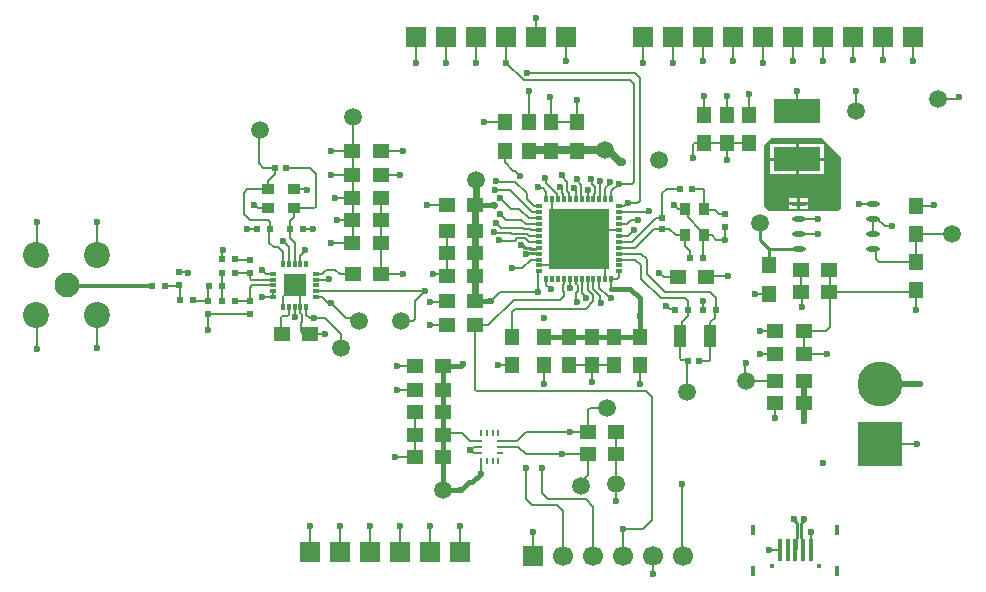
<source format=gtl>
G04*
G04 #@! TF.GenerationSoftware,Altium Limited,Altium Designer,22.11.1 (43)*
G04*
G04 Layer_Physical_Order=1*
G04 Layer_Color=255*
%FSLAX44Y44*%
%MOMM*%
G71*
G04*
G04 #@! TF.SameCoordinates,C070AB6A-2F18-4790-B33B-C4DBF4FCC7D7*
G04*
G04*
G04 #@! TF.FilePolarity,Positive*
G04*
G01*
G75*
%ADD13C,0.2000*%
%ADD14C,0.2500*%
%ADD15C,0.1270*%
%ADD22R,0.3000X0.5000*%
%ADD23R,0.5000X0.3000*%
%ADD24R,1.9000X1.9000*%
%ADD25R,1.4000X1.2500*%
%ADD26R,0.4000X1.8500*%
%ADD27R,0.5500X0.3000*%
%ADD28R,0.3000X0.5500*%
%ADD29R,5.2000X5.2000*%
%ADD30R,1.1500X0.4300*%
%ADD31O,1.1500X0.4300*%
%ADD32R,1.2500X1.4000*%
%ADD33R,0.4750X0.2500*%
%ADD34R,0.2500X0.4750*%
%ADD35R,0.9000X1.0000*%
%ADD36R,0.9000X1.0000*%
%ADD37R,1.0000X0.9000*%
%ADD38R,1.0000X0.9000*%
%ADD39R,1.1000X1.9000*%
%ADD40R,4.0000X2.0000*%
%ADD67R,0.5000X0.5000*%
%ADD68R,0.5000X0.5000*%
%ADD81C,1.5000*%
%ADD82R,0.6200X0.5700*%
%ADD83R,0.5700X0.6200*%
%ADD84C,0.2206*%
%ADD85C,0.4000*%
%ADD86C,0.3362*%
%ADD87C,0.7000*%
%ADD88C,0.6000*%
%ADD89C,0.5000*%
%ADD90C,2.1000*%
%ADD91C,2.2000*%
%ADD92R,1.7000X1.7000*%
%ADD93R,1.8000X1.8000*%
%ADD94C,1.7000*%
%ADD95R,3.8100X3.8100*%
%ADD96C,3.8100*%
%ADD97C,0.4000*%
G04:AMPARAMS|DCode=98|XSize=0.9mm|YSize=0.3mm|CornerRadius=0.075mm|HoleSize=0mm|Usage=FLASHONLY|Rotation=270.000|XOffset=0mm|YOffset=0mm|HoleType=Round|Shape=RoundedRectangle|*
%AMROUNDEDRECTD98*
21,1,0.9000,0.1500,0,0,270.0*
21,1,0.7500,0.3000,0,0,270.0*
1,1,0.1500,-0.0750,-0.3750*
1,1,0.1500,-0.0750,0.3750*
1,1,0.1500,0.0750,0.3750*
1,1,0.1500,0.0750,-0.3750*
%
%ADD98ROUNDEDRECTD98*%
%ADD99C,0.6000*%
G36*
X1041400Y623570D02*
Y580390D01*
X1038860Y577850D01*
X980440D01*
X976630Y581660D01*
Y633730D01*
X982980Y640080D01*
X1024890D01*
X1041400Y623570D01*
D02*
G37*
%LPC*%
G36*
X1027110Y634660D02*
X1005840D01*
Y623390D01*
X1027110D01*
Y634660D01*
D02*
G37*
G36*
X1003300D02*
X982030D01*
Y623390D01*
X1003300D01*
Y634660D01*
D02*
G37*
G36*
X1027110Y620850D02*
X1005840D01*
Y609580D01*
X1027110D01*
Y620850D01*
D02*
G37*
G36*
X1003300D02*
X982030D01*
Y609580D01*
X1003300D01*
Y620850D01*
D02*
G37*
G36*
X1014130Y588890D02*
X1007110D01*
Y585470D01*
X1014130D01*
Y588890D01*
D02*
G37*
G36*
X1004570D02*
X997550D01*
Y585470D01*
X1004570D01*
Y588890D01*
D02*
G37*
G36*
X1014130Y582930D02*
X1007110D01*
Y579510D01*
X1014130D01*
Y582930D01*
D02*
G37*
G36*
X1004570D02*
X997550D01*
Y579510D01*
X1004570D01*
Y582930D01*
D02*
G37*
%LPD*%
D13*
X584040Y492038D02*
Y496900D01*
X585131Y484015D02*
Y490948D01*
X585372Y474980D02*
X591120D01*
X584040Y492038D02*
X585131Y490948D01*
X584200Y483084D02*
X585131Y484015D01*
X584200Y476152D02*
Y483084D01*
Y476152D02*
X585372Y474980D01*
X591120D02*
X592390Y473710D01*
X584040Y496900D02*
Y506730D01*
Y510780D01*
X569040Y496900D02*
Y505558D01*
X570212Y506730D02*
X584040D01*
X569040Y505558D02*
X570212Y506730D01*
X707390Y703580D02*
Y725170D01*
X681990Y703580D02*
Y725170D01*
X774235Y555050D02*
X777235Y552050D01*
X785940D01*
X767545Y555050D02*
X774235D01*
X769840Y607685D02*
X769913D01*
X765473Y552979D02*
X767545Y555050D01*
X752581Y552979D02*
X765473D01*
X765517Y612007D02*
X769840Y607685D01*
X751840Y553720D02*
X752581Y552979D01*
X579510Y515310D02*
X584040Y510780D01*
X871220Y431450D02*
Y447740D01*
X863619Y570230D02*
X869950D01*
X853440Y567050D02*
X860439D01*
X863619Y570230D01*
X592390Y473710D02*
X592390Y473710D01*
X604520D01*
X589040Y490460D02*
Y496900D01*
Y490460D02*
X591820Y487680D01*
X595630D01*
X853840Y577450D02*
X878440D01*
X878840Y577850D01*
X745490Y501650D02*
X753110Y509270D01*
X784860D01*
X548640Y618490D02*
Y645160D01*
X549910Y646430D01*
X548640Y618490D02*
X552450Y614680D01*
X562610D01*
X595630Y580390D02*
X596900Y581660D01*
X578260Y580390D02*
X595630D01*
X596900Y581660D02*
Y609600D01*
X591820Y614680D02*
X596900Y609600D01*
X572210Y614680D02*
X591820D01*
X789940Y431800D02*
Y447740D01*
X788670Y339090D02*
Y360680D01*
Y339090D02*
X793750Y334010D01*
X825500D01*
X831850Y327660D01*
X774700Y334010D02*
X779780Y328930D01*
X801370D02*
X806450Y323850D01*
X779780Y328930D02*
X801370D01*
X831850Y285750D02*
Y327660D01*
X857250Y308610D02*
X873760D01*
X881380Y316230D01*
Y420397D01*
X876327Y425450D02*
X881380Y420397D01*
X732090Y426622D02*
Y481330D01*
Y426622D02*
X733262Y425450D01*
X876327D01*
X751490Y447740D02*
X763270D01*
X806450Y285750D02*
Y323850D01*
X774700Y334010D02*
Y360680D01*
X897122Y495530D02*
X899360D01*
X893730Y497840D02*
X894812D01*
X899360Y495530D02*
X900860Y494030D01*
X894812Y497840D02*
X897122Y495530D01*
X909320Y504190D02*
X911860Y501650D01*
X930910Y509270D02*
X935560Y504620D01*
X892810Y509270D02*
X930910D01*
X872490Y520700D02*
X889000Y504190D01*
X877570Y524510D02*
X892810Y509270D01*
X889000Y504190D02*
X909320D01*
X910590Y424180D02*
X911365Y424955D01*
X877570Y524510D02*
Y537210D01*
X907415Y286385D02*
X908050Y285750D01*
X906780Y346710D02*
X907415Y346075D01*
Y286385D02*
Y346075D01*
X792190Y515910D02*
Y520800D01*
Y515910D02*
X796290Y511810D01*
X763270Y529590D02*
X771471D01*
X778932Y537050D02*
X785940D01*
X771471Y529590D02*
X778932Y537050D01*
X1104900Y558800D02*
X1135380D01*
X867410Y694690D02*
X871220Y690880D01*
X775970Y694690D02*
X867410D01*
X863250Y688690D02*
X866140Y685800D01*
X758190Y703580D02*
X773080Y688690D01*
X863250D01*
X866140Y602459D02*
Y685800D01*
X871220Y586740D02*
Y690880D01*
X869293Y584813D02*
X871220Y586740D01*
X861207Y584813D02*
X869293D01*
X864968Y601287D02*
X866140Y602459D01*
X853746Y601287D02*
X864968D01*
X857250Y285750D02*
Y308610D01*
X574040Y490220D02*
Y496900D01*
X579040D02*
X579450Y496490D01*
X572770Y488950D02*
X574040Y490220D01*
X568862Y488950D02*
X572770D01*
X579450Y489175D02*
X579861Y488765D01*
X579450Y489175D02*
Y496490D01*
X567690Y487778D02*
X568862Y488950D01*
X567690Y474410D02*
X568390Y473710D01*
X567690Y474410D02*
Y487778D01*
X574040Y533400D02*
Y547370D01*
X568960Y552450D02*
X574040Y547370D01*
X561340D02*
X565150D01*
X569040Y543480D01*
Y533400D02*
Y543480D01*
X575310Y554990D02*
X579040Y551260D01*
X575310Y554990D02*
Y562190D01*
X579040Y533400D02*
Y551260D01*
X556260Y570230D02*
X557950Y568540D01*
Y562610D02*
Y568540D01*
X541020Y570230D02*
X556260D01*
X535940Y575310D02*
Y593090D01*
Y575310D02*
X541020Y570230D01*
X539240Y596390D02*
X556260D01*
X535940Y593090D02*
X539240Y596390D01*
X556260D02*
Y603250D01*
X562610Y609600D02*
Y614680D01*
X556260Y603250D02*
X562610Y609600D01*
X548260Y580390D02*
X556260D01*
X545720Y582930D02*
X548260Y580390D01*
X544830Y582930D02*
X545720D01*
X557530Y551180D02*
X561340Y547370D01*
X557530Y551180D02*
Y562190D01*
X557950Y562610D01*
X574890Y569810D02*
X578260Y573180D01*
Y580390D01*
X574890Y562610D02*
Y569810D01*
Y562610D02*
X575310Y562190D01*
X628080Y589280D02*
X628080Y589280D01*
X613410Y589280D02*
X628080D01*
X628650Y570230D02*
Y589280D01*
Y608330D01*
X614680Y570230D02*
X628080D01*
X628080Y570230D01*
X628650Y628650D02*
Y657860D01*
Y608330D02*
Y628650D01*
Y551750D02*
Y570230D01*
X584040Y533400D02*
Y540315D01*
X588010Y544285D01*
Y544830D01*
X469475Y514775D02*
X480905D01*
X469050Y514350D02*
X469475Y514775D01*
X480905D02*
X481330Y515200D01*
X481755Y514775D01*
Y503345D02*
X482180Y502920D01*
X481755Y503345D02*
Y514775D01*
X493815Y502285D02*
X504825D01*
X505460Y501650D01*
X493180Y502920D02*
X493815Y502285D01*
X505885Y502075D02*
Y513925D01*
X506310Y514350D01*
X505460Y501650D02*
X505885Y502075D01*
X528740Y537210D02*
X529165Y536785D01*
X540595D02*
X541020Y536360D01*
X529165Y536785D02*
X540595D01*
X528740Y525780D02*
X528950Y525570D01*
X540810D02*
X541020Y525360D01*
X528950Y525570D02*
X540810D01*
X517525Y514565D02*
Y525565D01*
X517310Y514350D02*
X517525Y514565D01*
Y525565D02*
X517740Y525780D01*
X517525Y501865D02*
X517740Y501650D01*
X517525Y501865D02*
Y514135D01*
X517310Y514350D02*
X517525Y514135D01*
X528740Y501650D02*
X541020D01*
Y513080D02*
X543090Y515150D01*
X560790D01*
X541020Y501650D02*
Y513080D01*
X542192Y520150D02*
X560790D01*
X541020Y521322D02*
X542192Y520150D01*
X541020Y521322D02*
Y525360D01*
X555290Y525211D02*
X560729D01*
X552181Y528320D02*
X555290Y525211D01*
X551180Y528320D02*
X552181D01*
X560729Y525211D02*
X560790Y525150D01*
X943610Y553720D02*
Y564730D01*
Y553720D02*
X943610Y553720D01*
X922330Y559330D02*
X924980Y556680D01*
X1032510Y480060D02*
Y509270D01*
Y527620D01*
X916015Y622650D02*
Y634178D01*
X917186Y635350D02*
X925480D01*
X916015Y634178D02*
X917186Y635350D01*
X900430Y582549D02*
Y582930D01*
X903449Y579530D02*
X909830D01*
X900430Y582549D02*
X903449Y579530D01*
X911365Y424955D02*
Y450075D01*
X912140Y450850D01*
X811690Y588800D02*
X812190Y588300D01*
X815832Y596408D02*
X817190Y595050D01*
X803832Y597574D02*
Y598657D01*
Y597574D02*
X805832Y595574D01*
Y593349D02*
Y595574D01*
X837873Y592475D02*
Y603288D01*
X809832Y595005D02*
X811690Y593147D01*
X805180Y607629D02*
X809832Y602977D01*
X815832Y596408D02*
Y597491D01*
X806690Y588800D02*
Y592490D01*
X830878Y601414D02*
X833832Y598460D01*
Y593490D02*
Y598460D01*
X818113Y604111D02*
X821832Y600392D01*
X801690Y588800D02*
X802190Y588300D01*
X830878Y601414D02*
Y604468D01*
X801690Y588800D02*
Y592313D01*
X821832Y588658D02*
Y600392D01*
X837190Y588300D02*
X837690Y588800D01*
X827511Y595654D02*
X827832Y595975D01*
X806690Y588800D02*
X807190Y588300D01*
X817190D02*
Y595050D01*
X832690Y588800D02*
Y592348D01*
X805832Y593349D02*
X806690Y592490D01*
X811690Y588800D02*
Y593147D01*
X827511Y588621D02*
Y595654D01*
X792281Y601722D02*
X801690Y592313D01*
X821832Y588658D02*
X822190Y588300D01*
X837690Y592293D02*
X837873Y592475D01*
X827190Y588300D02*
X827511Y588621D01*
X792281Y601722D02*
Y605535D01*
X832690Y592348D02*
X833832Y593490D01*
X809832Y595005D02*
Y602977D01*
X837690Y588800D02*
Y592293D01*
X818113Y604111D02*
Y605159D01*
X609600Y500380D02*
X622353Y487627D01*
X631243D02*
X633730Y485140D01*
X622353Y487627D02*
X631243D01*
X618490Y462280D02*
Y473710D01*
X604520Y487680D02*
X618490Y473710D01*
X595630Y487680D02*
X604520D01*
X689415Y510345D02*
X689610Y510540D01*
X680720Y501650D02*
X689415Y510345D01*
X669290Y485140D02*
X679450D01*
X680720Y486410D01*
Y501650D01*
X597485Y510345D02*
X689415D01*
X696042Y524510D02*
X706820D01*
X708090Y523240D01*
X597290Y510150D02*
X597485Y510345D01*
X707710Y501270D02*
X708090Y501650D01*
X693420Y501270D02*
X707710D01*
X652650Y524510D02*
X670560D01*
X765970Y603079D02*
X775970Y593079D01*
X750076Y603079D02*
X765970D01*
X764262Y612007D02*
X765517D01*
X749310Y603844D02*
X750076Y603079D01*
X756920Y619350D02*
X764262Y612007D01*
X749172Y595845D02*
X761395D01*
X780190Y577050D01*
X775970Y588575D02*
Y593079D01*
Y588575D02*
X781995Y582550D01*
X756920Y619350D02*
Y629350D01*
X753270Y588975D02*
X762115Y580130D01*
X769126D01*
X777205Y572050D01*
X753270Y575422D02*
X757839Y570853D01*
X770999D01*
X774802Y567050D01*
X607060Y500380D02*
X609600D01*
X597290Y505150D02*
X602290D01*
X607060Y500380D01*
X748424Y559880D02*
X762284D01*
X763114Y559050D02*
X775892D01*
X773146Y563050D02*
X778376D01*
X753966Y563880D02*
X772316D01*
X774802Y567050D02*
X785940D01*
X762284Y559880D02*
X763114Y559050D01*
X772316Y563880D02*
X773146Y563050D01*
X778376D02*
X779376Y562050D01*
X775892Y559050D02*
X777892Y557050D01*
X777205Y572050D02*
X785940D01*
X780190Y577050D02*
X785940D01*
X785440Y582550D02*
X785940Y582050D01*
X781995Y582550D02*
X785440D01*
X749455Y568390D02*
X753966Y563880D01*
X747724Y560580D02*
X748424Y559880D01*
X779376Y562050D02*
X785940D01*
X777892Y557050D02*
X785940D01*
X785900Y527050D02*
X785940D01*
X785400Y509810D02*
Y526550D01*
X785900Y527050D01*
X784860Y509270D02*
X785400Y509810D01*
X817630Y502131D02*
Y506648D01*
X817015Y507263D02*
Y508920D01*
X817630Y502131D02*
X818395Y501365D01*
X825540Y495365D02*
X831880Y501705D01*
X763270Y492760D02*
X765875Y495365D01*
X817015Y507263D02*
X817630Y506648D01*
X765875Y495365D02*
X825540D01*
X817015Y508920D02*
X818690Y510595D01*
X774700Y391160D02*
X811530D01*
X811963Y390727D01*
X811530Y391160D02*
X827470D01*
X846008Y504190D02*
X847090D01*
X844400Y505798D02*
X846008Y504190D01*
X837190Y512820D02*
X844212Y505798D01*
X844400D01*
X847190Y512189D02*
Y520800D01*
X837973Y500607D02*
Y506380D01*
Y500607D02*
X838200Y500380D01*
X832190Y512163D02*
X837973Y506380D01*
X822690Y508462D02*
Y520300D01*
Y508462D02*
X825880Y505272D01*
Y504190D02*
Y505272D01*
X831880Y501705D02*
Y506720D01*
X827190Y511410D02*
X831880Y506720D01*
X832190Y512163D02*
Y520800D01*
X837190Y512820D02*
Y520800D01*
X668020Y289560D02*
Y311150D01*
X591820Y289560D02*
Y311150D01*
X617220Y289560D02*
Y311150D01*
X642620Y289560D02*
Y311150D01*
X693420Y289560D02*
Y311150D01*
X718820Y289560D02*
Y311150D01*
X785625Y597405D02*
X789435D01*
X784860Y598170D02*
X785625Y597405D01*
X789435D02*
X792190Y594650D01*
Y588300D02*
Y594650D01*
X791516Y606300D02*
X792281Y605535D01*
X805180Y607629D02*
Y608330D01*
X853440Y577050D02*
X853840Y577450D01*
X884910Y572490D02*
X890270D01*
X864470Y552050D02*
X884910Y572490D01*
X861301Y557050D02*
X866092Y561842D01*
Y562158D01*
X853440Y552050D02*
X864470D01*
X853440Y557050D02*
X861301D01*
X858431Y582050D02*
X861194Y584813D01*
X861207D01*
X944880Y621030D02*
Y635700D01*
Y621030D02*
X944880Y621030D01*
X925480Y635350D02*
X925830Y635700D01*
X847140Y594869D02*
X853559Y601287D01*
X853746D01*
X830113Y605233D02*
X830878Y604468D01*
X609600Y628650D02*
X609600Y628650D01*
Y608330D02*
X628080D01*
X609600Y608330D02*
X609600Y608330D01*
X652080D02*
X668020D01*
X1076960Y706120D02*
Y724620D01*
X1102360Y704850D02*
Y723350D01*
X899160Y703580D02*
Y722080D01*
X1026160Y704850D02*
Y723350D01*
X1000760Y704850D02*
Y723350D01*
X1051560Y706120D02*
Y724620D01*
X949960Y704850D02*
Y723350D01*
X975360Y703580D02*
Y722080D01*
X924560Y704850D02*
Y723350D01*
X873760Y703580D02*
Y722080D01*
X808990Y704850D02*
Y725170D01*
X758190Y703580D02*
Y725170D01*
X732790Y703580D02*
Y725170D01*
X1004570Y663120D02*
Y679450D01*
X944880Y659700D02*
Y675640D01*
X963930Y659700D02*
Y676910D01*
X944880Y675640D02*
X944880Y675640D01*
X963930Y676910D02*
X963930Y676910D01*
X832190Y588300D02*
X832690Y588800D01*
X845820Y601288D02*
Y602370D01*
X842190Y597658D02*
X845820Y601288D01*
X842190Y588300D02*
Y597658D01*
X847140Y588350D02*
Y594869D01*
Y588350D02*
X847190Y588300D01*
X853440Y582050D02*
X858431D01*
X887730Y525780D02*
X891540Y521970D01*
X903670D01*
X890270Y562890D02*
X896340D01*
X853440Y547050D02*
X867262D01*
X883102Y562890D01*
X890270D01*
X806690Y510595D02*
X807190Y510095D01*
X806690Y515565D02*
X807190Y516065D01*
Y520800D01*
X817690Y516565D02*
X818690Y515565D01*
X817690Y516565D02*
Y520300D01*
X818690Y510595D02*
Y515565D01*
X803910Y502920D02*
X807190Y506200D01*
Y510095D01*
X806690Y510595D02*
Y515565D01*
X817190Y520800D02*
X817690Y520300D01*
X822190Y520800D02*
X822690Y520300D01*
X812440Y513330D02*
X812690Y513080D01*
X812440Y513330D02*
Y520550D01*
X812190Y520800D02*
X812440Y520550D01*
X764540Y502920D02*
X803910D01*
X742950Y481330D02*
X764540Y502920D01*
X763270Y471740D02*
Y492760D01*
X732090Y481330D02*
X742950D01*
X827190Y511410D02*
Y520800D01*
X805180Y372110D02*
X827470D01*
X774700D02*
X805180D01*
X829310Y411480D02*
X843280D01*
X827470Y409640D02*
X829310Y411480D01*
X827470Y391160D02*
Y409640D01*
X821690Y348729D02*
X827470Y354509D01*
Y372110D01*
X821690Y345440D02*
Y348729D01*
X827470Y372110D02*
X827470Y372110D01*
X768350Y378460D02*
X774700Y372110D01*
X753345Y378460D02*
X768350D01*
X767000Y383460D02*
X774700Y391160D01*
X753345Y383460D02*
X767000D01*
X827470Y391160D02*
X827470Y391160D01*
X853440Y537050D02*
X867570D01*
X872490Y520700D02*
Y532130D01*
X867570Y537050D02*
X872490Y532130D01*
X872730Y542050D02*
X877570Y537210D01*
X853440Y542050D02*
X872730D01*
X911860Y494030D02*
Y501650D01*
X935560Y494030D02*
Y504620D01*
X924560Y494030D02*
Y501650D01*
X927670Y521970D02*
X928940Y523240D01*
X946150D01*
X906777Y473707D02*
Y483768D01*
X905510Y472440D02*
X906777Y473707D01*
Y483768D02*
X911860Y488852D01*
Y494030D01*
X930808Y472738D02*
Y483768D01*
X930510Y472440D02*
X930808Y472738D01*
X934818Y487778D02*
Y493288D01*
X930808Y483768D02*
X934818Y487778D01*
Y493288D02*
X935560Y494030D01*
X930910Y452120D02*
Y472040D01*
X930510Y472440D02*
X930910Y472040D01*
X921740Y450850D02*
X929640D01*
X930910Y452120D01*
X905510Y453292D02*
X906682Y452120D01*
X910870D01*
X905510Y453292D02*
Y472440D01*
X910870Y452120D02*
X912140Y450850D01*
X935990Y553720D02*
X943610D01*
X932180Y557530D02*
X935990Y553720D01*
X925830Y557530D02*
X932180D01*
X922330Y559330D02*
Y562300D01*
X909830Y579530D02*
X911928Y577432D01*
Y572702D02*
X922330Y562300D01*
X911928Y572702D02*
Y577432D01*
X924980Y538480D02*
Y556680D01*
X925830Y557530D01*
Y579530D02*
X926240Y579120D01*
X925830Y579530D02*
Y595630D01*
X915390Y596900D02*
X924560D01*
X925830Y595630D01*
X926240Y579120D02*
X934720D01*
X938110Y575730D01*
X943610D01*
X909830Y548130D02*
Y557530D01*
Y548130D02*
X913980Y543980D01*
Y538480D02*
Y543980D01*
X896340Y562890D02*
X901700Y557530D01*
X909830D01*
X890270Y572490D02*
Y593090D01*
X894080Y596900D02*
X905790D01*
X890270Y593090D02*
X894080Y596900D01*
X693420Y481330D02*
X708090D01*
X708090Y481330D01*
X652080Y525080D02*
X652650Y524510D01*
X985520Y402590D02*
Y414590D01*
X986220Y415290D01*
X1104900Y535240D02*
Y558800D01*
X1104900Y558800D01*
X1071440Y537650D02*
X1073850Y535240D01*
X1104900D01*
X1071440Y537650D02*
Y545037D01*
X1068840Y546100D02*
X1070378D01*
X1071440Y545037D01*
X360630Y461060D02*
X360680Y461010D01*
X360630Y461060D02*
Y490070D01*
X411480Y462280D02*
X411530Y462330D01*
Y490070D02*
X411580Y490120D01*
X411530Y462330D02*
Y490070D01*
X505460Y477520D02*
Y490650D01*
X360580Y490120D02*
X360630Y490070D01*
X505460Y490650D02*
X541020D01*
X664210Y369570D02*
X680720D01*
Y388620D01*
Y407670D01*
X708090Y523240D02*
Y542290D01*
X481330Y526200D02*
X488530D01*
X360580Y541120D02*
X360630Y541170D01*
X411530Y541170D02*
X411580Y541120D01*
X488530Y526200D02*
X488950Y525780D01*
X517740Y537210D02*
Y544410D01*
X518160Y544830D01*
X538480Y562610D02*
X546950D01*
X360630Y541170D02*
Y568910D01*
X538480Y562610D02*
X538480Y562610D01*
X411530Y541170D02*
Y568910D01*
X360630Y568910D02*
X360680Y568960D01*
X411480D02*
X411530Y568910D01*
X652080Y551180D02*
Y570230D01*
Y525080D02*
Y551180D01*
X585890Y562610D02*
X594360D01*
X594360Y562610D01*
X708090Y542290D02*
Y561340D01*
X652080Y570230D02*
Y589280D01*
X588520Y596390D02*
X589280Y595630D01*
X578260Y596390D02*
X588520D01*
X777240Y653350D02*
X777240Y653350D01*
X830580Y433070D02*
Y447740D01*
X849630D01*
X811530D02*
X830580D01*
X882650Y270510D02*
Y285750D01*
X830580Y433070D02*
X830580Y433070D01*
X842190Y520800D02*
Y531950D01*
X842010Y520620D02*
X842190Y520800D01*
X980440Y290830D02*
X990000D01*
X1010220Y457200D02*
Y476250D01*
X1074420Y381000D02*
X1106170D01*
X1010220Y457200D02*
X1029970D01*
X1010220Y476250D02*
X1028700D01*
X1029970Y457200D02*
X1029970Y457200D01*
X1028700Y476250D02*
X1032510Y480060D01*
X1031810Y509270D02*
X1032510D01*
X1031810Y528320D02*
X1032510Y527620D01*
X1104900Y494030D02*
X1104900Y494030D01*
X1032510Y509270D02*
X1102930D01*
X1104900Y511240D01*
Y494030D02*
Y511240D01*
X840740Y533400D02*
X842190Y531950D01*
X785940Y532050D02*
X796210D01*
X797560Y533400D01*
X842570Y562050D02*
X853440D01*
X842010Y562610D02*
X842570Y562050D01*
X797190Y578220D02*
Y588300D01*
X777240Y653350D02*
Y679450D01*
X783590Y725170D02*
Y741680D01*
X797190Y588300D02*
X797560Y588670D01*
X797190Y578220D02*
X798830Y576580D01*
X1005840Y571500D02*
X1022350D01*
X1068840Y558800D02*
Y571500D01*
X1072440D01*
X1078790Y565150D02*
X1084580D01*
X1072440Y571500D02*
X1078790Y565150D01*
X925830Y635700D02*
X944880D01*
X963930D01*
X1123950Y673100D02*
X1140460D01*
X1141730Y674370D01*
X551434Y505460D02*
X551589Y505305D01*
X560635D01*
X560790Y505150D01*
Y510150D01*
X597290Y520150D02*
X607780D01*
X608330Y520700D01*
X609600Y551180D02*
X628080D01*
X609600Y551180D02*
X609600Y551180D01*
Y628650D02*
X628080D01*
Y551180D02*
X628650Y551750D01*
X665480Y426720D02*
X680720D01*
X665480Y447040D02*
X680720D01*
X652080Y628650D02*
X670560D01*
X670560Y628650D01*
X690880Y582930D02*
X708090D01*
X690880Y582930D02*
X690880Y582930D01*
X739840Y653350D02*
X756920D01*
X796290D02*
Y671830D01*
X796290Y671830D02*
X796290Y671830D01*
X817880Y671830D02*
X817880Y671830D01*
Y653350D02*
Y671830D01*
X925830Y659700D02*
Y675640D01*
X925830Y675640D01*
X1054100Y662940D02*
Y679450D01*
X1120010Y582800D02*
X1120140Y582930D01*
X1104900Y582800D02*
X1120010D01*
X850900Y332740D02*
Y346710D01*
X781050Y285750D02*
Y306070D01*
X850900Y371540D02*
X851470Y372110D01*
X850900Y346710D02*
Y371540D01*
X851470Y372110D02*
Y391160D01*
X847290Y520700D02*
X852268D01*
X853440Y521872D01*
Y527050D01*
X847190Y520800D02*
X847290Y520700D01*
X796290Y653350D02*
X817880D01*
X1007810Y509270D02*
Y528210D01*
X1008380Y496570D02*
Y508700D01*
X1007810Y509270D02*
X1008380Y508700D01*
X969110Y507900D02*
X980210D01*
X972920Y457100D02*
X986120D01*
X980210Y507900D02*
X980440Y508130D01*
X961490Y434240D02*
X986120D01*
X960820Y449010D02*
X961390Y449580D01*
X960820Y434910D02*
Y449010D01*
Y434910D02*
X961390Y434340D01*
X1005940Y558700D02*
X1022250D01*
X1056740Y584100D02*
X1068740D01*
X972920Y476150D02*
X986120D01*
X1016000Y290830D02*
Y306070D01*
D14*
X980440Y532130D02*
Y544830D01*
Y546100D01*
X972820Y553720D02*
X980440Y546100D01*
X972820Y553720D02*
Y567690D01*
X981710Y546100D02*
X1005840D01*
X980440Y544830D02*
X981710Y546100D01*
D15*
X617220Y524510D02*
X628650D01*
X613410Y528320D02*
X617220Y524510D01*
X602620Y525150D02*
X605790Y528320D01*
X613410D01*
X597290Y525150D02*
X602620D01*
X728275Y375920D02*
X730815Y373380D01*
X735015D01*
X727710Y375920D02*
X728275D01*
X730815Y378460D01*
X735095D01*
X705990Y389890D02*
X720955D01*
X736660Y355660D02*
Y366775D01*
X720955Y389890D02*
X727385Y383460D01*
X735095D01*
D22*
X589040Y496900D02*
D03*
X584040D02*
D03*
X579040D02*
D03*
X574040D02*
D03*
X569040D02*
D03*
Y533400D02*
D03*
X574040D02*
D03*
X579040D02*
D03*
X584040D02*
D03*
X589040D02*
D03*
D23*
X560790Y505150D02*
D03*
Y510150D02*
D03*
Y515150D02*
D03*
Y520150D02*
D03*
Y525150D02*
D03*
X597290D02*
D03*
Y520150D02*
D03*
Y515150D02*
D03*
Y510150D02*
D03*
Y505150D02*
D03*
D24*
X579510Y515310D02*
D03*
D25*
X652080Y551180D02*
D03*
X628080D02*
D03*
X652080Y570230D02*
D03*
X628080D02*
D03*
X652080Y589280D02*
D03*
X628080D02*
D03*
Y608330D02*
D03*
X652080D02*
D03*
X628080Y628650D02*
D03*
X652080D02*
D03*
X708090Y582930D02*
D03*
X732090D02*
D03*
X827470Y391160D02*
D03*
X851470D02*
D03*
X827470Y372110D02*
D03*
X851470D02*
D03*
X680720Y447040D02*
D03*
X704720D02*
D03*
X568390Y473710D02*
D03*
X592390D02*
D03*
X1010220Y434340D02*
D03*
X986220D02*
D03*
X708090Y501650D02*
D03*
X732090D02*
D03*
X680720Y426720D02*
D03*
X704720D02*
D03*
X1010220Y415290D02*
D03*
X986220D02*
D03*
Y457200D02*
D03*
X1010220D02*
D03*
X986220Y476250D02*
D03*
X1010220D02*
D03*
X1007810Y509270D02*
D03*
X1031810D02*
D03*
Y528320D02*
D03*
X1007810D02*
D03*
X903670Y521970D02*
D03*
X927670D02*
D03*
X732090Y523240D02*
D03*
X708090D02*
D03*
X732090Y542290D02*
D03*
X708090D02*
D03*
X732090Y561340D02*
D03*
X708090D02*
D03*
Y481330D02*
D03*
X732090D02*
D03*
X704720Y407670D02*
D03*
X680720D02*
D03*
X704720Y388620D02*
D03*
X680720D02*
D03*
X704720Y369570D02*
D03*
X680720D02*
D03*
X628650Y524510D02*
D03*
X652650D02*
D03*
D26*
X1003000Y290830D02*
D03*
X1009500D02*
D03*
X990000D02*
D03*
X996500D02*
D03*
X1016000D02*
D03*
D27*
X785940Y542050D02*
D03*
Y547050D02*
D03*
X853440Y567050D02*
D03*
Y527050D02*
D03*
Y532050D02*
D03*
Y537050D02*
D03*
Y542050D02*
D03*
Y547050D02*
D03*
Y552050D02*
D03*
Y562050D02*
D03*
Y572050D02*
D03*
Y577050D02*
D03*
Y582050D02*
D03*
X785940D02*
D03*
Y577050D02*
D03*
Y572050D02*
D03*
Y567050D02*
D03*
Y562050D02*
D03*
Y557050D02*
D03*
Y552050D02*
D03*
Y537050D02*
D03*
Y532050D02*
D03*
Y527050D02*
D03*
X853440Y557050D02*
D03*
D28*
X847190Y588300D02*
D03*
X842190D02*
D03*
X837190D02*
D03*
X832190D02*
D03*
X827190D02*
D03*
X822190D02*
D03*
X817190D02*
D03*
X812190D02*
D03*
X807190D02*
D03*
X802190D02*
D03*
X797190D02*
D03*
X792190D02*
D03*
Y520800D02*
D03*
X797190D02*
D03*
X802190D02*
D03*
X807190D02*
D03*
X812190D02*
D03*
X817190D02*
D03*
X822190D02*
D03*
X827190D02*
D03*
X832190D02*
D03*
X837190D02*
D03*
X842190D02*
D03*
X847190D02*
D03*
D29*
X819658Y554482D02*
D03*
D30*
X1005840Y584200D02*
D03*
D31*
Y571500D02*
D03*
Y558800D02*
D03*
Y546100D02*
D03*
X1068840Y584200D02*
D03*
Y571500D02*
D03*
Y558800D02*
D03*
Y546100D02*
D03*
D32*
X1104900Y558800D02*
D03*
Y582800D02*
D03*
X963930Y635700D02*
D03*
Y659700D02*
D03*
X980440Y508130D02*
D03*
Y532130D02*
D03*
X1104900Y511240D02*
D03*
Y535240D02*
D03*
X789940Y447740D02*
D03*
Y471740D02*
D03*
X817880Y653350D02*
D03*
Y629350D02*
D03*
X763270Y447740D02*
D03*
Y471740D02*
D03*
X871220Y447740D02*
D03*
Y471740D02*
D03*
X796290Y653350D02*
D03*
Y629350D02*
D03*
X811530Y471740D02*
D03*
Y447740D02*
D03*
X830580Y471740D02*
D03*
Y447740D02*
D03*
X849630Y471740D02*
D03*
Y447740D02*
D03*
X756920Y653350D02*
D03*
Y629350D02*
D03*
X777240D02*
D03*
Y653350D02*
D03*
X925830Y635700D02*
D03*
Y659700D02*
D03*
X944880Y635700D02*
D03*
Y659700D02*
D03*
D33*
X735095Y383460D02*
D03*
Y378460D02*
D03*
Y373460D02*
D03*
X753345D02*
D03*
Y378460D02*
D03*
Y383460D02*
D03*
D34*
X736720Y366835D02*
D03*
X741720D02*
D03*
X746720D02*
D03*
X751720D02*
D03*
Y390085D02*
D03*
X746720D02*
D03*
X741720D02*
D03*
X736720D02*
D03*
D35*
X925830Y557530D02*
D03*
X909830Y579530D02*
D03*
X925830D02*
D03*
D36*
X909830Y557530D02*
D03*
D37*
X556260Y580390D02*
D03*
X578260Y596390D02*
D03*
Y580390D02*
D03*
D38*
X556260Y596390D02*
D03*
D39*
X930510Y472440D02*
D03*
X905510D02*
D03*
D40*
X1004570Y622120D02*
D03*
Y663120D02*
D03*
D67*
X517740Y501650D02*
D03*
X528740D02*
D03*
X506310Y514350D02*
D03*
X517310D02*
D03*
X482180Y502920D02*
D03*
X493180D02*
D03*
X900860Y494030D02*
D03*
X911860D02*
D03*
X924560D02*
D03*
X935560D02*
D03*
X924980Y538480D02*
D03*
X913980D02*
D03*
X469050Y514350D02*
D03*
X458050D02*
D03*
X528740Y525780D02*
D03*
X517740D02*
D03*
Y537210D02*
D03*
X528740D02*
D03*
X546950Y562610D02*
D03*
X557950D02*
D03*
X585890Y562610D02*
D03*
X574890D02*
D03*
D68*
X541020Y525360D02*
D03*
Y536360D02*
D03*
X943610Y564730D02*
D03*
Y575730D02*
D03*
X541020Y501650D02*
D03*
Y490650D02*
D03*
X505460Y501650D02*
D03*
Y490650D02*
D03*
X481330Y526200D02*
D03*
Y515200D02*
D03*
D81*
X1054100Y662940D02*
D03*
X1135380Y558800D02*
D03*
X961390Y434340D02*
D03*
X972820Y567690D02*
D03*
X1123950Y673100D02*
D03*
X850900Y346710D02*
D03*
X732790Y604520D02*
D03*
X669290Y485140D02*
D03*
X618490Y462280D02*
D03*
X633730Y485140D02*
D03*
X842010Y629920D02*
D03*
X843280Y411480D02*
D03*
X821690Y345440D02*
D03*
X887730Y621030D02*
D03*
X911365Y424955D02*
D03*
X704850Y341630D02*
D03*
X628650Y657860D02*
D03*
X549910Y646430D02*
D03*
D82*
X890270Y572490D02*
D03*
Y562890D02*
D03*
D83*
X921740Y450850D02*
D03*
X912140D02*
D03*
X905790Y596900D02*
D03*
X915390D02*
D03*
X572210Y614680D02*
D03*
X562610D02*
D03*
D84*
X1010030Y316573D02*
Y317500D01*
X1007768Y314311D02*
X1010030Y316573D01*
X1007768Y307855D02*
X1007988Y307635D01*
Y301480D02*
Y307635D01*
X1007768Y307855D02*
Y314311D01*
X1008603Y291727D02*
Y300865D01*
Y291727D02*
X1009500Y290830D01*
X1007988Y301480D02*
X1008603Y300865D01*
X1002030Y316573D02*
X1004292Y314311D01*
X1002030Y316573D02*
Y317500D01*
X1004292Y306416D02*
X1004512Y306196D01*
Y301480D02*
Y306196D01*
X1004292Y306416D02*
Y314311D01*
X1003897Y300865D02*
X1004512Y301480D01*
X1003897Y291727D02*
Y300865D01*
X1003000Y290830D02*
X1003897Y291727D01*
X778584Y546800D02*
X779096Y546288D01*
X783134D01*
X770890Y549050D02*
X771917D01*
X783499Y546653D02*
X785543D01*
X785940Y547050D01*
X783134Y546288D02*
X783499Y546653D01*
X774824Y541427D02*
X775850D01*
X777235Y542812D01*
X783134D01*
X785543Y542447D02*
X785940Y542050D01*
X783499Y542447D02*
X785543D01*
X774166Y546800D02*
X778584D01*
X771917Y549050D02*
X774166Y546800D01*
X783134Y542812D02*
X783499Y542447D01*
D85*
X871220Y471740D02*
Y488950D01*
Y504190D01*
X720090Y341630D02*
X726755Y348295D01*
X729295D02*
X736600Y355600D01*
X726755Y348295D02*
X729295D01*
X704720Y426720D02*
Y447040D01*
Y407670D02*
Y426720D01*
Y388620D02*
Y407670D01*
Y369570D02*
Y388620D01*
X847190Y512189D02*
X863221D01*
X871220Y504190D01*
X732090Y501650D02*
X745490D01*
X704850Y341630D02*
X720090D01*
X704720Y388620D02*
X705990Y389890D01*
X736600Y355600D02*
X736660Y355660D01*
X704720Y369570D02*
X704850Y369440D01*
Y341630D02*
Y369440D01*
X704720Y447040D02*
X720090D01*
X721360Y448310D01*
X732790Y582930D02*
X748030D01*
X849630Y471740D02*
X871220D01*
X830580D02*
X849630D01*
X811530D02*
X830580D01*
X789940D02*
X811530D01*
D86*
X387350Y514350D02*
X458050D01*
X386080Y515620D02*
X387350Y514350D01*
D87*
X854335Y619760D02*
X855980D01*
X844175Y629920D02*
X854335Y619760D01*
X777810Y629920D02*
X844175D01*
X777240Y629350D02*
X777810Y629920D01*
D88*
X732790Y582930D02*
Y604520D01*
X732090Y561340D02*
Y582930D01*
Y542290D02*
Y561340D01*
Y523240D02*
Y542290D01*
Y501650D02*
Y523240D01*
Y501650D02*
X732090Y501650D01*
X732090Y582930D02*
X732790D01*
X748030D02*
X748030Y582930D01*
D89*
X1074420Y431800D02*
X1108710D01*
X1010220Y415290D02*
Y434340D01*
Y400477D02*
Y415290D01*
D90*
X386080Y515620D02*
D03*
D91*
X360580Y490120D02*
D03*
Y541120D02*
D03*
X411580Y490120D02*
D03*
Y541120D02*
D03*
D92*
X808990Y725170D02*
D03*
X783590D02*
D03*
X758190D02*
D03*
X732790D02*
D03*
X707390D02*
D03*
X681990D02*
D03*
X781050Y285750D02*
D03*
D93*
X718820Y289560D02*
D03*
X693420D02*
D03*
X668020D02*
D03*
X642620D02*
D03*
X617220D02*
D03*
X591820D02*
D03*
X1102360Y725170D02*
D03*
X1076960D02*
D03*
X1051560D02*
D03*
X1026160D02*
D03*
X1000760D02*
D03*
X975360D02*
D03*
X949960D02*
D03*
X924560D02*
D03*
X899160D02*
D03*
X873760D02*
D03*
D94*
X882650Y285750D02*
D03*
X857250D02*
D03*
X831850D02*
D03*
X806450D02*
D03*
X908050D02*
D03*
D95*
X1074420Y381000D02*
D03*
D96*
Y431800D02*
D03*
D97*
X983000Y277830D02*
D03*
X1023000D02*
D03*
D98*
X967250Y308080D02*
D03*
Y273580D02*
D03*
X1038750D02*
D03*
Y308080D02*
D03*
D99*
X1076960Y706120D02*
D03*
X1051560D02*
D03*
X882650Y270510D02*
D03*
X980440Y290830D02*
D03*
X1016000Y306070D02*
D03*
X1026160Y364490D02*
D03*
X906780Y346710D02*
D03*
X1002030Y317500D02*
D03*
X1010030D02*
D03*
X1106170Y381000D02*
D03*
X1010220Y400477D02*
D03*
X985520Y402590D02*
D03*
X1108710Y431800D02*
D03*
X961390Y449580D02*
D03*
X972820Y457200D02*
D03*
X1029970Y457200D02*
D03*
X972820Y476250D02*
D03*
X1104900Y494030D02*
D03*
X1008380Y496570D02*
D03*
X893730Y497840D02*
D03*
X924560Y501650D02*
D03*
X969010Y508000D02*
D03*
X946150Y523240D02*
D03*
X887730Y525780D02*
D03*
X1022350Y558800D02*
D03*
X1084580Y565150D02*
D03*
X1022350Y571500D02*
D03*
X1120140Y582930D02*
D03*
X1056640Y584200D02*
D03*
X944880Y621030D02*
D03*
X1141730Y674370D02*
D03*
X944880Y675640D02*
D03*
X963930Y676910D02*
D03*
X1004570Y679450D02*
D03*
X1054100D02*
D03*
X975360Y703580D02*
D03*
X949960Y704850D02*
D03*
X1000760D02*
D03*
X1026160D02*
D03*
X1102360D02*
D03*
X788670Y360680D02*
D03*
X781050Y306070D02*
D03*
X774700Y360680D02*
D03*
X360680Y461010D02*
D03*
X411480Y462280D02*
D03*
X505460Y477520D02*
D03*
X551434Y505460D02*
D03*
X579861Y488765D02*
D03*
X609600Y500380D02*
D03*
X608330Y520700D02*
D03*
X595630Y487680D02*
D03*
X604520Y473710D02*
D03*
X690880Y582930D02*
D03*
X670560Y524510D02*
D03*
X693420Y481330D02*
D03*
X789940Y487680D02*
D03*
X693420Y501270D02*
D03*
X745490Y501650D02*
D03*
X488950Y525780D02*
D03*
X551180Y528320D02*
D03*
X411480Y568960D02*
D03*
X360680D02*
D03*
X588010Y544830D02*
D03*
X518160D02*
D03*
X589280Y595630D02*
D03*
X609600Y551180D02*
D03*
X568960Y552450D02*
D03*
X609600Y628650D02*
D03*
X544830Y582930D02*
D03*
X594360Y562610D02*
D03*
X538480Y562610D02*
D03*
X609600Y608330D02*
D03*
X791516Y606300D02*
D03*
X763270Y529590D02*
D03*
X749310Y603844D02*
D03*
X751840Y553720D02*
D03*
X747724Y560580D02*
D03*
X749455Y568390D02*
D03*
X753270Y575422D02*
D03*
X748030Y582930D02*
D03*
X753270Y588975D02*
D03*
X749172Y595845D02*
D03*
X784860Y598170D02*
D03*
X770890Y549050D02*
D03*
X774824Y541427D02*
D03*
X668020Y608330D02*
D03*
X670560Y628650D02*
D03*
X739840Y653350D02*
D03*
X777240Y679450D02*
D03*
X775970Y694690D02*
D03*
X783590Y741680D02*
D03*
X732790Y703580D02*
D03*
X758190D02*
D03*
X681990D02*
D03*
X707390D02*
D03*
X796290Y511810D02*
D03*
X805180Y372110D02*
D03*
X811963Y390727D02*
D03*
X812690Y513080D02*
D03*
X818395Y501365D02*
D03*
X825880Y504190D02*
D03*
X830580Y433070D02*
D03*
X838200Y500380D02*
D03*
X847090Y504190D02*
D03*
X850900Y332740D02*
D03*
X857250Y308610D02*
D03*
X871220Y431450D02*
D03*
Y488950D02*
D03*
X943610Y553720D02*
D03*
X866092Y562158D02*
D03*
X842010Y562610D02*
D03*
X869950Y570230D02*
D03*
X798830Y576580D02*
D03*
X878840Y577850D02*
D03*
X900430Y582930D02*
D03*
X861207Y584813D02*
D03*
X827832Y595975D02*
D03*
X815832Y597491D02*
D03*
X803832Y598657D02*
D03*
X853746Y601287D02*
D03*
X845820Y602370D02*
D03*
X818113Y605159D02*
D03*
X830113Y605233D02*
D03*
X805180Y608330D02*
D03*
X855980Y619760D02*
D03*
X916015Y622650D02*
D03*
X817880Y671830D02*
D03*
X795020Y674370D02*
D03*
X925830Y675640D02*
D03*
X873760Y703580D02*
D03*
X899160D02*
D03*
X808990Y704850D02*
D03*
X924560D02*
D03*
X617220Y311150D02*
D03*
X642620D02*
D03*
X668020D02*
D03*
X718820D02*
D03*
X693420D02*
D03*
X720090Y341630D02*
D03*
X736600Y355600D02*
D03*
X664210Y369570D02*
D03*
X591820Y311150D02*
D03*
X784860Y509270D02*
D03*
X689610Y510540D02*
D03*
X696042Y524510D02*
D03*
X727710Y375920D02*
D03*
X665480Y426720D02*
D03*
X789940Y431800D02*
D03*
X665480Y447040D02*
D03*
X751490Y447740D02*
D03*
X721360Y448310D02*
D03*
X613410Y589280D02*
D03*
X614680Y570230D02*
D03*
X769913Y607685D02*
D03*
X797560Y533400D02*
D03*
X840740D02*
D03*
X837873Y603288D02*
D03*
M02*

</source>
